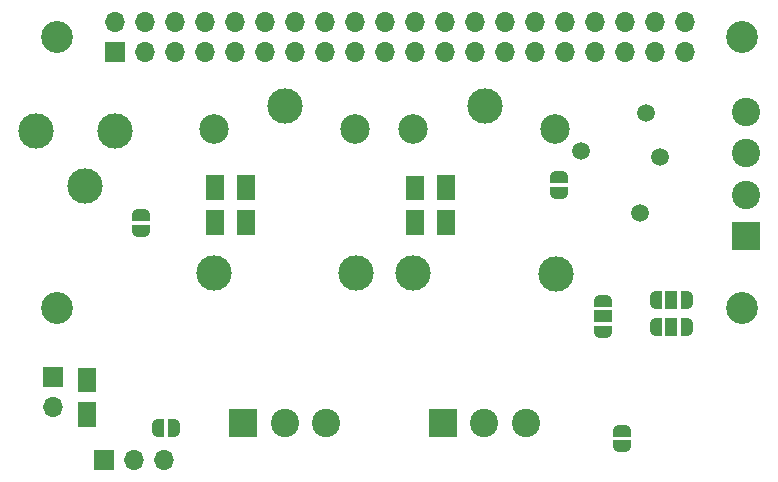
<source format=gbr>
%TF.GenerationSoftware,KiCad,Pcbnew,7.0.9*%
%TF.CreationDate,2023-12-14T12:52:06+02:00*%
%TF.ProjectId,Pi HAT,50692048-4154-42e6-9b69-6361645f7063,0.1.0*%
%TF.SameCoordinates,Original*%
%TF.FileFunction,Soldermask,Bot*%
%TF.FilePolarity,Negative*%
%FSLAX46Y46*%
G04 Gerber Fmt 4.6, Leading zero omitted, Abs format (unit mm)*
G04 Created by KiCad (PCBNEW 7.0.9) date 2023-12-14 12:52:06*
%MOMM*%
%LPD*%
G01*
G04 APERTURE LIST*
G04 Aperture macros list*
%AMFreePoly0*
4,1,19,0.550000,-0.750000,0.000000,-0.750000,0.000000,-0.744911,-0.071157,-0.744911,-0.207708,-0.704816,-0.327430,-0.627875,-0.420627,-0.520320,-0.479746,-0.390866,-0.500000,-0.250000,-0.500000,0.250000,-0.479746,0.390866,-0.420627,0.520320,-0.327430,0.627875,-0.207708,0.704816,-0.071157,0.744911,0.000000,0.744911,0.000000,0.750000,0.550000,0.750000,0.550000,-0.750000,0.550000,-0.750000,
$1*%
%AMFreePoly1*
4,1,19,0.000000,0.744911,0.071157,0.744911,0.207708,0.704816,0.327430,0.627875,0.420627,0.520320,0.479746,0.390866,0.500000,0.250000,0.500000,-0.250000,0.479746,-0.390866,0.420627,-0.520320,0.327430,-0.627875,0.207708,-0.704816,0.071157,-0.744911,0.000000,-0.744911,0.000000,-0.750000,-0.550000,-0.750000,-0.550000,0.750000,0.000000,0.750000,0.000000,0.744911,0.000000,0.744911,
$1*%
%AMFreePoly2*
4,1,19,0.500000,-0.750000,0.000000,-0.750000,0.000000,-0.744911,-0.071157,-0.744911,-0.207708,-0.704816,-0.327430,-0.627875,-0.420627,-0.520320,-0.479746,-0.390866,-0.500000,-0.250000,-0.500000,0.250000,-0.479746,0.390866,-0.420627,0.520320,-0.327430,0.627875,-0.207708,0.704816,-0.071157,0.744911,0.000000,0.744911,0.000000,0.750000,0.500000,0.750000,0.500000,-0.750000,0.500000,-0.750000,
$1*%
%AMFreePoly3*
4,1,19,0.000000,0.744911,0.071157,0.744911,0.207708,0.704816,0.327430,0.627875,0.420627,0.520320,0.479746,0.390866,0.500000,0.250000,0.500000,-0.250000,0.479746,-0.390866,0.420627,-0.520320,0.327430,-0.627875,0.207708,-0.704816,0.071157,-0.744911,0.000000,-0.744911,0.000000,-0.750000,-0.500000,-0.750000,-0.500000,0.750000,0.000000,0.750000,0.000000,0.744911,0.000000,0.744911,
$1*%
%AMFreePoly4*
4,1,6,1.000000,0.000000,0.500000,-0.750000,-0.500000,-0.750000,-0.500000,0.750000,0.500000,0.750000,1.000000,0.000000,1.000000,0.000000,$1*%
G04 Aperture macros list end*
%ADD10C,2.700000*%
%ADD11R,2.400000X2.400000*%
%ADD12C,2.400000*%
%ADD13R,1.700000X1.700000*%
%ADD14O,1.700000X1.700000*%
%ADD15C,3.000000*%
%ADD16C,2.500000*%
%ADD17FreePoly0,270.000000*%
%ADD18R,1.500000X1.000000*%
%ADD19FreePoly1,270.000000*%
%ADD20C,1.500000*%
%ADD21FreePoly2,270.000000*%
%ADD22FreePoly3,270.000000*%
%ADD23R,1.500000X1.500000*%
%ADD24FreePoly4,270.000000*%
%ADD25FreePoly4,90.000000*%
%ADD26FreePoly2,0.000000*%
%ADD27FreePoly3,0.000000*%
%ADD28FreePoly0,180.000000*%
%ADD29R,1.000000X1.500000*%
%ADD30FreePoly1,180.000000*%
G04 APERTURE END LIST*
D10*
%TO.C,H1*%
X121032000Y-94568000D03*
%TD*%
%TO.C,H2*%
X179032000Y-94568000D03*
%TD*%
%TO.C,H3*%
X179032000Y-117568000D03*
%TD*%
%TO.C,H4*%
X121032000Y-117568000D03*
%TD*%
D11*
%TO.C,J1*%
X179324000Y-111450000D03*
D12*
X179324000Y-107950000D03*
X179324000Y-104450000D03*
X179324000Y-100950000D03*
%TD*%
D13*
%TO.C,J9*%
X124985000Y-130460000D03*
D14*
X127525000Y-130460000D03*
X130065000Y-130460000D03*
%TD*%
D15*
%TO.C,K1*%
X140332000Y-100424605D03*
D16*
X134282000Y-102374605D03*
D15*
X134282000Y-114574605D03*
X146332000Y-114624605D03*
D16*
X146282000Y-102374605D03*
%TD*%
D15*
%TO.C,K2*%
X157232000Y-100457000D03*
D16*
X151182000Y-102407000D03*
D15*
X151182000Y-114607000D03*
X163232000Y-114657000D03*
D16*
X163182000Y-102407000D03*
%TD*%
D13*
%TO.C,J11*%
X120700000Y-123375000D03*
D14*
X120700000Y-125915000D03*
%TD*%
D11*
%TO.C,J5*%
X153700000Y-127275000D03*
D12*
X157200000Y-127275000D03*
X160700000Y-127275000D03*
%TD*%
D11*
%TO.C,J6*%
X136800000Y-127315000D03*
D12*
X140300000Y-127315000D03*
X143800000Y-127315000D03*
%TD*%
D15*
%TO.C,J4*%
X125911000Y-102558000D03*
X119261000Y-102558000D03*
X123361000Y-107258000D03*
%TD*%
D17*
%TO.C,JP12*%
X167232500Y-116950000D03*
D18*
X167232500Y-118250000D03*
D19*
X167232500Y-119550000D03*
%TD*%
D20*
%TO.C,TP7*%
X170383200Y-109474000D03*
%TD*%
D21*
%TO.C,JP8*%
X163550000Y-106500000D03*
D22*
X163550000Y-107800000D03*
%TD*%
D20*
%TO.C,TP6*%
X170891200Y-101041200D03*
%TD*%
D23*
%TO.C,JP3*%
X151327500Y-107650000D03*
X151327500Y-110050000D03*
D24*
X151327500Y-106850000D03*
D25*
X151327500Y-110850000D03*
%TD*%
D26*
%TO.C,JP5*%
X129601200Y-127711200D03*
D27*
X130901200Y-127711200D03*
%TD*%
D21*
%TO.C,JP10*%
X168850000Y-127950000D03*
D22*
X168850000Y-129250000D03*
%TD*%
D23*
%TO.C,JP1*%
X153984000Y-107639000D03*
X153984000Y-110039000D03*
D24*
X153984000Y-106839000D03*
D25*
X153984000Y-110839000D03*
%TD*%
D20*
%TO.C,TP8*%
X172110400Y-104749600D03*
%TD*%
D13*
%TO.C,J7*%
X125902000Y-95838000D03*
D14*
X125902000Y-93298000D03*
X128442000Y-95838000D03*
X128442000Y-93298000D03*
X130982000Y-95838000D03*
X130982000Y-93298000D03*
X133522000Y-95838000D03*
X133522000Y-93298000D03*
X136062000Y-95838000D03*
X136062000Y-93298000D03*
X138602000Y-95838000D03*
X138602000Y-93298000D03*
X141142000Y-95838000D03*
X141142000Y-93298000D03*
X143682000Y-95838000D03*
X143682000Y-93298000D03*
X146222000Y-95838000D03*
X146222000Y-93298000D03*
X148762000Y-95838000D03*
X148762000Y-93298000D03*
X151302000Y-95838000D03*
X151302000Y-93298000D03*
X153842000Y-95838000D03*
X153842000Y-93298000D03*
X156382000Y-95838000D03*
X156382000Y-93298000D03*
X158922000Y-95838000D03*
X158922000Y-93298000D03*
X161462000Y-95838000D03*
X161462000Y-93298000D03*
X164002000Y-95838000D03*
X164002000Y-93298000D03*
X166542000Y-95838000D03*
X166542000Y-93298000D03*
X169082000Y-95838000D03*
X169082000Y-93298000D03*
X171622000Y-95838000D03*
X171622000Y-93298000D03*
X174162000Y-95838000D03*
X174162000Y-93298000D03*
%TD*%
D28*
%TO.C,JP11*%
X174325000Y-119200000D03*
D29*
X173025000Y-119200000D03*
D30*
X171725000Y-119200000D03*
%TD*%
D23*
%TO.C,JP7*%
X123550000Y-126300000D03*
X123550000Y-123900000D03*
D25*
X123550000Y-127100000D03*
D24*
X123550000Y-123100000D03*
%TD*%
D28*
%TO.C,JP9*%
X174325000Y-116900000D03*
D29*
X173025000Y-116900000D03*
D30*
X171725000Y-116900000D03*
%TD*%
D23*
%TO.C,JP2*%
X137050000Y-107630000D03*
X137050000Y-110030000D03*
D24*
X137050000Y-106830000D03*
D25*
X137050000Y-110830000D03*
%TD*%
D20*
%TO.C,TP5*%
X165404800Y-104292400D03*
%TD*%
D23*
%TO.C,JP4*%
X134366000Y-107639000D03*
X134366000Y-110039000D03*
D24*
X134366000Y-106839000D03*
D25*
X134366000Y-110839000D03*
%TD*%
D21*
%TO.C,JP6*%
X128100000Y-109700000D03*
D22*
X128100000Y-111000000D03*
%TD*%
M02*

</source>
